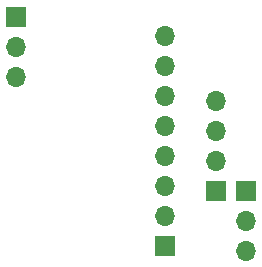
<source format=gbr>
%TF.GenerationSoftware,KiCad,Pcbnew,5.1.9-73d0e3b20d~88~ubuntu20.04.1*%
%TF.CreationDate,2021-04-09T16:28:33+02:00*%
%TF.ProjectId,pcb_port_gobelet,7063625f-706f-4727-945f-676f62656c65,rev?*%
%TF.SameCoordinates,Original*%
%TF.FileFunction,Soldermask,Top*%
%TF.FilePolarity,Negative*%
%FSLAX46Y46*%
G04 Gerber Fmt 4.6, Leading zero omitted, Abs format (unit mm)*
G04 Created by KiCad (PCBNEW 5.1.9-73d0e3b20d~88~ubuntu20.04.1) date 2021-04-09 16:28:33*
%MOMM*%
%LPD*%
G01*
G04 APERTURE LIST*
%ADD10R,1.700000X1.700000*%
%ADD11O,1.700000X1.700000*%
G04 APERTURE END LIST*
D10*
%TO.C,MA1*%
X139700000Y-130810000D03*
D11*
X139700000Y-128270000D03*
X139700000Y-125730000D03*
X139700000Y-123190000D03*
%TD*%
D10*
%TO.C,RJ45*%
X135382000Y-135509000D03*
D11*
X135382000Y-132969000D03*
X135382000Y-130429000D03*
X135382000Y-127889000D03*
X135382000Y-125349000D03*
X135382000Y-122809000D03*
X135382000Y-120269000D03*
X135382000Y-117729000D03*
%TD*%
D10*
%TO.C,S1*%
X122809000Y-116078000D03*
D11*
X122809000Y-118618000D03*
X122809000Y-121158000D03*
%TD*%
D10*
%TO.C,S2*%
X142240000Y-130810000D03*
D11*
X142240000Y-133350000D03*
X142240000Y-135890000D03*
%TD*%
M02*

</source>
